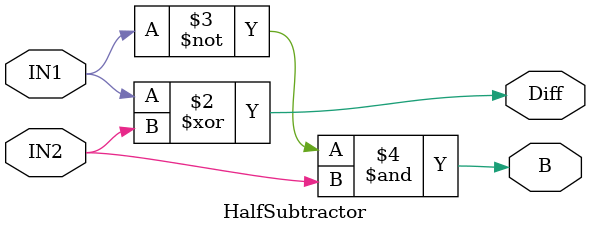
<source format=v>
`timescale 1ns / 1ps

module HalfSubtractor(
    input IN1,
    input IN2,
    output reg Diff,
    output reg B
    );
    
    always @(IN1 or IN2)
        begin
            Diff = IN1^ IN2;
            B = ~IN1 & IN2;
        end
    
endmodule

</source>
